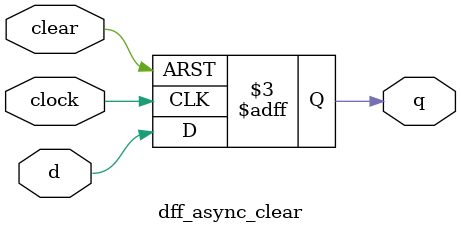
<source format=v>
module dff_sync_clear(q,d,clear,clock);
    output q;
    input d,clear,clock;
    reg q;
    
    always @(posedge clock)
    begin
        if(!clear)
           q<=1'b0;
        else
           q<=d;
       end
endmodule
           
module dff_async_clear(q,d,clear,clock);
    output q;
    input d,clear,clock;
    reg q;
    
    always @(posedge clock or negedge clear)
    begin
        if(!clear)
           q<=1'b0;
        else
           q<=d;
       end
endmodule
</source>
